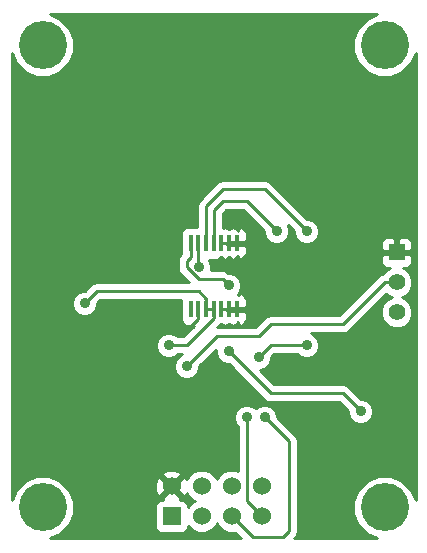
<source format=gbl>
G04 (created by PCBNEW (2013-may-18)-stable) date Wed 08 Oct 2014 11:37:39 BST*
%MOIN*%
G04 Gerber Fmt 3.4, Leading zero omitted, Abs format*
%FSLAX34Y34*%
G01*
G70*
G90*
G04 APERTURE LIST*
%ADD10C,0.00590551*%
%ADD11R,0.0165X0.0579*%
%ADD12R,0.055X0.055*%
%ADD13C,0.055*%
%ADD14R,0.06X0.06*%
%ADD15C,0.06*%
%ADD16C,0.16*%
%ADD17C,0.035*%
%ADD18C,0.01*%
G04 APERTURE END LIST*
G54D10*
G54D11*
X151500Y-95398D03*
X151756Y-95398D03*
X152012Y-95398D03*
X152268Y-95398D03*
X152268Y-97602D03*
X150732Y-95398D03*
X150988Y-95398D03*
X151244Y-95398D03*
X152012Y-97602D03*
X151756Y-97602D03*
X151500Y-97602D03*
X151244Y-97602D03*
X150988Y-97602D03*
X150732Y-97602D03*
G54D12*
X157600Y-95700D03*
G54D13*
X157600Y-96700D03*
X157600Y-97700D03*
G54D14*
X150100Y-104500D03*
G54D15*
X150100Y-103500D03*
X151100Y-104500D03*
X151100Y-103500D03*
X152100Y-104500D03*
X152100Y-103500D03*
X153100Y-104500D03*
X153100Y-103500D03*
G54D16*
X157200Y-104200D03*
X145800Y-104200D03*
X145800Y-88800D03*
X157200Y-88800D03*
G54D17*
X150000Y-98800D03*
X151000Y-96200D03*
X152000Y-96800D03*
X156400Y-101000D03*
X152000Y-99000D03*
X150600Y-99500D03*
X154600Y-98800D03*
X153000Y-99200D03*
X153200Y-101200D03*
X154600Y-95000D03*
X147200Y-97400D03*
X153600Y-95000D03*
X152600Y-101200D03*
G54D18*
X151500Y-97602D02*
X151500Y-97900D01*
X151500Y-97900D02*
X150600Y-98800D01*
X150600Y-98800D02*
X150000Y-98800D01*
X150988Y-96188D02*
X150988Y-95398D01*
X151000Y-96200D02*
X150988Y-96188D01*
X150732Y-95868D02*
X150732Y-95398D01*
X150600Y-96000D02*
X150732Y-95868D01*
X150600Y-96200D02*
X150600Y-96000D01*
X151000Y-96600D02*
X150600Y-96200D01*
X151800Y-96600D02*
X151000Y-96600D01*
X152000Y-96800D02*
X151800Y-96600D01*
X155800Y-100400D02*
X156400Y-101000D01*
X153400Y-100400D02*
X155800Y-100400D01*
X152000Y-99000D02*
X153400Y-100400D01*
X150988Y-97602D02*
X150988Y-97912D01*
X150700Y-98200D02*
X150200Y-98200D01*
X150988Y-97912D02*
X150700Y-98200D01*
X152012Y-97602D02*
X151756Y-97602D01*
X151756Y-95398D02*
X152012Y-95398D01*
X157200Y-96700D02*
X155800Y-98100D01*
X155800Y-98100D02*
X153400Y-98100D01*
X153400Y-98100D02*
X153000Y-98500D01*
X153000Y-98500D02*
X151600Y-98500D01*
X151600Y-98500D02*
X150600Y-99500D01*
X157600Y-96700D02*
X157200Y-96700D01*
X153400Y-98800D02*
X154600Y-98800D01*
X153000Y-99200D02*
X153400Y-98800D01*
X152100Y-104500D02*
X152800Y-105200D01*
X154000Y-102000D02*
X153200Y-101200D01*
X154000Y-105000D02*
X154000Y-102000D01*
X153800Y-105200D02*
X154000Y-105000D01*
X152800Y-105200D02*
X153800Y-105200D01*
X151244Y-94156D02*
X151244Y-95398D01*
X151800Y-93600D02*
X151244Y-94156D01*
X153200Y-93600D02*
X151800Y-93600D01*
X154600Y-95000D02*
X153200Y-93600D01*
X151244Y-97602D02*
X151244Y-97244D01*
X147600Y-97000D02*
X147200Y-97400D01*
X151000Y-97000D02*
X147600Y-97000D01*
X151244Y-97244D02*
X151000Y-97000D01*
X151244Y-97602D02*
X151500Y-97602D01*
X151500Y-94300D02*
X151500Y-95398D01*
X151800Y-94000D02*
X151500Y-94300D01*
X152600Y-94000D02*
X151800Y-94000D01*
X153600Y-95000D02*
X152600Y-94000D01*
X152600Y-104000D02*
X152600Y-101200D01*
X153100Y-104500D02*
X152600Y-104000D01*
G54D10*
G36*
X158230Y-103943D02*
X158125Y-103689D01*
X158125Y-97596D01*
X158045Y-97403D01*
X157897Y-97255D01*
X157764Y-97199D01*
X157897Y-97145D01*
X158044Y-96997D01*
X158124Y-96804D01*
X158125Y-96596D01*
X158045Y-96403D01*
X157897Y-96255D01*
X157825Y-96225D01*
X157825Y-96225D01*
X157924Y-96224D01*
X158016Y-96186D01*
X158087Y-96116D01*
X158125Y-96024D01*
X158125Y-95375D01*
X158087Y-95283D01*
X158016Y-95213D01*
X157924Y-95175D01*
X157825Y-95174D01*
X157712Y-95175D01*
X157650Y-95237D01*
X157650Y-95650D01*
X158062Y-95650D01*
X158125Y-95587D01*
X158125Y-95375D01*
X158125Y-96024D01*
X158125Y-95812D01*
X158062Y-95750D01*
X157650Y-95750D01*
X157650Y-95757D01*
X157550Y-95757D01*
X157550Y-95750D01*
X157550Y-95650D01*
X157550Y-95237D01*
X157487Y-95175D01*
X157374Y-95174D01*
X157275Y-95175D01*
X157183Y-95213D01*
X157112Y-95283D01*
X157074Y-95375D01*
X157075Y-95587D01*
X157137Y-95650D01*
X157550Y-95650D01*
X157550Y-95750D01*
X157137Y-95750D01*
X157075Y-95812D01*
X157074Y-96024D01*
X157112Y-96116D01*
X157183Y-96186D01*
X157275Y-96224D01*
X157374Y-96225D01*
X157374Y-96225D01*
X157303Y-96254D01*
X157155Y-96402D01*
X157152Y-96409D01*
X157085Y-96422D01*
X156987Y-96487D01*
X155675Y-97800D01*
X153400Y-97800D01*
X153285Y-97822D01*
X153187Y-97887D01*
X152875Y-98200D01*
X151624Y-98200D01*
X151712Y-98112D01*
X151712Y-98112D01*
X151715Y-98107D01*
X151715Y-98107D01*
X151723Y-98103D01*
X151756Y-98071D01*
X151788Y-98103D01*
X151845Y-98127D01*
X151859Y-98141D01*
X151879Y-98141D01*
X151879Y-98141D01*
X151884Y-98141D01*
X151888Y-98141D01*
X151888Y-98141D01*
X151908Y-98141D01*
X151922Y-98127D01*
X151979Y-98103D01*
X152012Y-98071D01*
X152044Y-98103D01*
X152101Y-98127D01*
X152115Y-98141D01*
X152135Y-98141D01*
X152135Y-98141D01*
X152140Y-98141D01*
X152144Y-98141D01*
X152144Y-98141D01*
X152164Y-98141D01*
X152178Y-98127D01*
X152235Y-98103D01*
X152306Y-98033D01*
X152309Y-98026D01*
X152309Y-98079D01*
X152371Y-98141D01*
X152400Y-98141D01*
X152491Y-98103D01*
X152562Y-98033D01*
X152600Y-97941D01*
X152600Y-97841D01*
X152600Y-97714D01*
X152538Y-97652D01*
X152309Y-97652D01*
X152309Y-97679D01*
X152282Y-97652D01*
X152226Y-97652D01*
X152053Y-97652D01*
X152026Y-97652D01*
X151998Y-97652D01*
X151970Y-97652D01*
X151954Y-97652D01*
X151954Y-97552D01*
X151970Y-97552D01*
X151998Y-97552D01*
X152026Y-97552D01*
X152053Y-97552D01*
X152226Y-97552D01*
X152282Y-97552D01*
X152289Y-97544D01*
X152309Y-97544D01*
X152309Y-97552D01*
X152538Y-97552D01*
X152600Y-97489D01*
X152600Y-97362D01*
X152600Y-97262D01*
X152562Y-97170D01*
X152491Y-97100D01*
X152400Y-97062D01*
X152371Y-97062D01*
X152318Y-97116D01*
X152318Y-97083D01*
X152360Y-97041D01*
X152424Y-96884D01*
X152425Y-96715D01*
X152360Y-96559D01*
X152241Y-96439D01*
X152084Y-96375D01*
X151992Y-96374D01*
X151914Y-96322D01*
X151800Y-96300D01*
X151418Y-96300D01*
X151424Y-96284D01*
X151425Y-96115D01*
X151360Y-95959D01*
X151338Y-95937D01*
X151376Y-95937D01*
X151376Y-95937D01*
X151467Y-95937D01*
X151623Y-95937D01*
X151632Y-95937D01*
X151632Y-95937D01*
X151652Y-95937D01*
X151666Y-95923D01*
X151723Y-95899D01*
X151756Y-95867D01*
X151788Y-95899D01*
X151845Y-95923D01*
X151859Y-95937D01*
X151879Y-95937D01*
X151879Y-95937D01*
X151884Y-95937D01*
X151888Y-95937D01*
X151888Y-95937D01*
X151908Y-95937D01*
X151922Y-95923D01*
X151979Y-95899D01*
X152012Y-95867D01*
X152044Y-95899D01*
X152101Y-95923D01*
X152115Y-95937D01*
X152135Y-95937D01*
X152135Y-95937D01*
X152140Y-95937D01*
X152144Y-95937D01*
X152144Y-95937D01*
X152164Y-95937D01*
X152178Y-95923D01*
X152235Y-95899D01*
X152306Y-95829D01*
X152309Y-95822D01*
X152309Y-95875D01*
X152371Y-95937D01*
X152400Y-95937D01*
X152491Y-95899D01*
X152562Y-95829D01*
X152600Y-95737D01*
X152600Y-95637D01*
X152600Y-95510D01*
X152538Y-95448D01*
X152309Y-95448D01*
X152309Y-95475D01*
X152282Y-95448D01*
X152226Y-95448D01*
X152053Y-95448D01*
X152026Y-95448D01*
X151998Y-95448D01*
X151970Y-95448D01*
X151954Y-95448D01*
X151954Y-95348D01*
X151970Y-95348D01*
X151998Y-95348D01*
X152026Y-95348D01*
X152053Y-95348D01*
X152226Y-95348D01*
X152282Y-95348D01*
X152309Y-95320D01*
X152309Y-95348D01*
X152538Y-95348D01*
X152600Y-95285D01*
X152600Y-95158D01*
X152600Y-95058D01*
X152562Y-94966D01*
X152491Y-94896D01*
X152400Y-94858D01*
X152371Y-94858D01*
X152309Y-94921D01*
X152309Y-94973D01*
X152306Y-94966D01*
X152235Y-94896D01*
X152178Y-94872D01*
X152164Y-94858D01*
X152144Y-94858D01*
X152144Y-94858D01*
X152140Y-94858D01*
X152135Y-94858D01*
X152135Y-94858D01*
X152115Y-94858D01*
X152101Y-94872D01*
X152044Y-94896D01*
X152012Y-94928D01*
X151979Y-94896D01*
X151922Y-94872D01*
X151908Y-94858D01*
X151888Y-94858D01*
X151888Y-94858D01*
X151884Y-94858D01*
X151879Y-94858D01*
X151879Y-94858D01*
X151859Y-94858D01*
X151845Y-94872D01*
X151806Y-94889D01*
X151806Y-94858D01*
X151800Y-94858D01*
X151800Y-94424D01*
X151924Y-94300D01*
X152475Y-94300D01*
X153175Y-94999D01*
X153174Y-95084D01*
X153239Y-95240D01*
X153358Y-95360D01*
X153515Y-95424D01*
X153684Y-95425D01*
X153840Y-95360D01*
X153960Y-95241D01*
X154024Y-95084D01*
X154025Y-94915D01*
X153978Y-94802D01*
X154175Y-94999D01*
X154174Y-95084D01*
X154239Y-95240D01*
X154358Y-95360D01*
X154515Y-95424D01*
X154684Y-95425D01*
X154840Y-95360D01*
X154960Y-95241D01*
X155024Y-95084D01*
X155025Y-94915D01*
X154960Y-94759D01*
X154841Y-94639D01*
X154684Y-94575D01*
X154599Y-94574D01*
X153412Y-93387D01*
X153314Y-93322D01*
X153200Y-93300D01*
X151800Y-93300D01*
X151685Y-93322D01*
X151587Y-93387D01*
X151031Y-93943D01*
X150966Y-94041D01*
X150944Y-94156D01*
X150944Y-94858D01*
X150855Y-94858D01*
X150855Y-94858D01*
X150764Y-94858D01*
X150599Y-94858D01*
X150508Y-94896D01*
X150437Y-94966D01*
X150399Y-95058D01*
X150399Y-95158D01*
X150399Y-95737D01*
X150410Y-95764D01*
X150387Y-95787D01*
X150322Y-95885D01*
X150300Y-96000D01*
X150300Y-96200D01*
X150322Y-96314D01*
X150387Y-96412D01*
X150675Y-96700D01*
X147600Y-96700D01*
X147485Y-96722D01*
X147387Y-96787D01*
X147200Y-96975D01*
X147115Y-96974D01*
X146959Y-97039D01*
X146839Y-97158D01*
X146775Y-97315D01*
X146774Y-97484D01*
X146839Y-97640D01*
X146958Y-97760D01*
X147115Y-97824D01*
X147284Y-97825D01*
X147440Y-97760D01*
X147560Y-97641D01*
X147624Y-97484D01*
X147625Y-97399D01*
X147724Y-97300D01*
X150399Y-97300D01*
X150399Y-97362D01*
X150399Y-97941D01*
X150437Y-98032D01*
X150507Y-98103D01*
X150599Y-98141D01*
X150699Y-98141D01*
X150834Y-98141D01*
X150475Y-98500D01*
X150301Y-98500D01*
X150241Y-98439D01*
X150084Y-98375D01*
X149915Y-98374D01*
X149759Y-98439D01*
X149639Y-98558D01*
X149575Y-98715D01*
X149574Y-98884D01*
X149639Y-99040D01*
X149758Y-99160D01*
X149915Y-99224D01*
X150084Y-99225D01*
X150240Y-99160D01*
X150301Y-99100D01*
X150455Y-99100D01*
X150359Y-99139D01*
X150239Y-99258D01*
X150175Y-99415D01*
X150174Y-99584D01*
X150239Y-99740D01*
X150358Y-99860D01*
X150515Y-99924D01*
X150684Y-99925D01*
X150840Y-99860D01*
X150960Y-99741D01*
X151024Y-99584D01*
X151025Y-99499D01*
X151575Y-98949D01*
X151574Y-99084D01*
X151639Y-99240D01*
X151758Y-99360D01*
X151915Y-99424D01*
X152000Y-99425D01*
X153187Y-100612D01*
X153187Y-100612D01*
X153285Y-100677D01*
X153400Y-100700D01*
X155675Y-100700D01*
X155975Y-100999D01*
X155974Y-101084D01*
X156039Y-101240D01*
X156158Y-101360D01*
X156315Y-101424D01*
X156484Y-101425D01*
X156640Y-101360D01*
X156760Y-101241D01*
X156824Y-101084D01*
X156825Y-100915D01*
X156760Y-100759D01*
X156641Y-100639D01*
X156484Y-100575D01*
X156399Y-100574D01*
X156012Y-100187D01*
X155914Y-100122D01*
X155800Y-100100D01*
X153524Y-100100D01*
X153049Y-99625D01*
X153084Y-99625D01*
X153240Y-99560D01*
X153360Y-99441D01*
X153424Y-99284D01*
X153425Y-99199D01*
X153524Y-99100D01*
X154298Y-99100D01*
X154358Y-99160D01*
X154515Y-99224D01*
X154684Y-99225D01*
X154840Y-99160D01*
X154960Y-99041D01*
X155024Y-98884D01*
X155025Y-98715D01*
X154960Y-98559D01*
X154841Y-98439D01*
X154744Y-98400D01*
X155800Y-98400D01*
X155800Y-98399D01*
X155914Y-98377D01*
X155914Y-98377D01*
X156012Y-98312D01*
X157240Y-97083D01*
X157302Y-97144D01*
X157435Y-97200D01*
X157303Y-97254D01*
X157155Y-97402D01*
X157075Y-97595D01*
X157074Y-97803D01*
X157154Y-97997D01*
X157302Y-98144D01*
X157495Y-98224D01*
X157703Y-98225D01*
X157897Y-98145D01*
X158044Y-97997D01*
X158124Y-97804D01*
X158125Y-97596D01*
X158125Y-103689D01*
X158090Y-103606D01*
X157795Y-103310D01*
X157409Y-103150D01*
X156992Y-103149D01*
X156606Y-103309D01*
X156310Y-103604D01*
X156150Y-103990D01*
X156149Y-104407D01*
X156309Y-104794D01*
X156604Y-105089D01*
X156943Y-105230D01*
X154193Y-105230D01*
X154212Y-105212D01*
X154212Y-105212D01*
X154277Y-105114D01*
X154299Y-105000D01*
X154300Y-105000D01*
X154300Y-102000D01*
X154299Y-101999D01*
X154277Y-101885D01*
X154212Y-101787D01*
X154212Y-101787D01*
X153624Y-101200D01*
X153625Y-101115D01*
X153560Y-100959D01*
X153441Y-100839D01*
X153284Y-100775D01*
X153115Y-100774D01*
X152959Y-100839D01*
X152900Y-100898D01*
X152841Y-100839D01*
X152684Y-100775D01*
X152515Y-100774D01*
X152359Y-100839D01*
X152239Y-100958D01*
X152175Y-101115D01*
X152174Y-101284D01*
X152239Y-101440D01*
X152300Y-101501D01*
X152300Y-102987D01*
X152209Y-102950D01*
X151991Y-102949D01*
X151788Y-103033D01*
X151634Y-103188D01*
X151600Y-103269D01*
X151566Y-103188D01*
X151411Y-103034D01*
X151209Y-102950D01*
X150991Y-102949D01*
X150788Y-103033D01*
X150634Y-103188D01*
X150602Y-103263D01*
X150581Y-103212D01*
X150485Y-103184D01*
X150415Y-103255D01*
X150415Y-103114D01*
X150387Y-103018D01*
X150181Y-102945D01*
X149963Y-102956D01*
X149812Y-103018D01*
X149784Y-103114D01*
X150100Y-103429D01*
X150415Y-103114D01*
X150415Y-103255D01*
X150170Y-103500D01*
X150485Y-103815D01*
X150581Y-103787D01*
X150600Y-103732D01*
X150633Y-103811D01*
X150788Y-103965D01*
X150869Y-103999D01*
X150788Y-104033D01*
X150650Y-104172D01*
X150650Y-104150D01*
X150612Y-104058D01*
X150541Y-103988D01*
X150449Y-103950D01*
X150396Y-103949D01*
X150415Y-103885D01*
X150100Y-103570D01*
X150029Y-103641D01*
X150029Y-103500D01*
X149714Y-103184D01*
X149618Y-103212D01*
X149545Y-103418D01*
X149556Y-103636D01*
X149618Y-103787D01*
X149714Y-103815D01*
X150029Y-103500D01*
X150029Y-103641D01*
X149784Y-103885D01*
X149803Y-103949D01*
X149750Y-103949D01*
X149658Y-103987D01*
X149588Y-104058D01*
X149550Y-104150D01*
X149549Y-104249D01*
X149549Y-104849D01*
X149587Y-104941D01*
X149658Y-105011D01*
X149750Y-105049D01*
X149849Y-105050D01*
X150449Y-105050D01*
X150541Y-105012D01*
X150611Y-104941D01*
X150649Y-104849D01*
X150649Y-104827D01*
X150788Y-104965D01*
X150990Y-105049D01*
X151208Y-105050D01*
X151411Y-104966D01*
X151565Y-104811D01*
X151599Y-104730D01*
X151633Y-104811D01*
X151788Y-104965D01*
X151990Y-105049D01*
X152208Y-105050D01*
X152220Y-105045D01*
X152406Y-105230D01*
X146056Y-105230D01*
X146394Y-105090D01*
X146689Y-104795D01*
X146849Y-104409D01*
X146850Y-103992D01*
X146690Y-103606D01*
X146395Y-103310D01*
X146009Y-103150D01*
X145592Y-103149D01*
X145206Y-103309D01*
X144910Y-103604D01*
X144769Y-103943D01*
X144769Y-89056D01*
X144909Y-89394D01*
X145204Y-89689D01*
X145590Y-89849D01*
X146007Y-89850D01*
X146394Y-89690D01*
X146689Y-89395D01*
X146849Y-89009D01*
X146850Y-88592D01*
X146690Y-88206D01*
X146395Y-87910D01*
X146056Y-87769D01*
X156943Y-87769D01*
X156606Y-87909D01*
X156310Y-88204D01*
X156150Y-88590D01*
X156149Y-89007D01*
X156309Y-89394D01*
X156604Y-89689D01*
X156990Y-89849D01*
X157407Y-89850D01*
X157794Y-89690D01*
X158089Y-89395D01*
X158230Y-89056D01*
X158230Y-103943D01*
X158230Y-103943D01*
G37*
G54D18*
X158230Y-103943D02*
X158125Y-103689D01*
X158125Y-97596D01*
X158045Y-97403D01*
X157897Y-97255D01*
X157764Y-97199D01*
X157897Y-97145D01*
X158044Y-96997D01*
X158124Y-96804D01*
X158125Y-96596D01*
X158045Y-96403D01*
X157897Y-96255D01*
X157825Y-96225D01*
X157825Y-96225D01*
X157924Y-96224D01*
X158016Y-96186D01*
X158087Y-96116D01*
X158125Y-96024D01*
X158125Y-95375D01*
X158087Y-95283D01*
X158016Y-95213D01*
X157924Y-95175D01*
X157825Y-95174D01*
X157712Y-95175D01*
X157650Y-95237D01*
X157650Y-95650D01*
X158062Y-95650D01*
X158125Y-95587D01*
X158125Y-95375D01*
X158125Y-96024D01*
X158125Y-95812D01*
X158062Y-95750D01*
X157650Y-95750D01*
X157650Y-95757D01*
X157550Y-95757D01*
X157550Y-95750D01*
X157550Y-95650D01*
X157550Y-95237D01*
X157487Y-95175D01*
X157374Y-95174D01*
X157275Y-95175D01*
X157183Y-95213D01*
X157112Y-95283D01*
X157074Y-95375D01*
X157075Y-95587D01*
X157137Y-95650D01*
X157550Y-95650D01*
X157550Y-95750D01*
X157137Y-95750D01*
X157075Y-95812D01*
X157074Y-96024D01*
X157112Y-96116D01*
X157183Y-96186D01*
X157275Y-96224D01*
X157374Y-96225D01*
X157374Y-96225D01*
X157303Y-96254D01*
X157155Y-96402D01*
X157152Y-96409D01*
X157085Y-96422D01*
X156987Y-96487D01*
X155675Y-97800D01*
X153400Y-97800D01*
X153285Y-97822D01*
X153187Y-97887D01*
X152875Y-98200D01*
X151624Y-98200D01*
X151712Y-98112D01*
X151712Y-98112D01*
X151715Y-98107D01*
X151715Y-98107D01*
X151723Y-98103D01*
X151756Y-98071D01*
X151788Y-98103D01*
X151845Y-98127D01*
X151859Y-98141D01*
X151879Y-98141D01*
X151879Y-98141D01*
X151884Y-98141D01*
X151888Y-98141D01*
X151888Y-98141D01*
X151908Y-98141D01*
X151922Y-98127D01*
X151979Y-98103D01*
X152012Y-98071D01*
X152044Y-98103D01*
X152101Y-98127D01*
X152115Y-98141D01*
X152135Y-98141D01*
X152135Y-98141D01*
X152140Y-98141D01*
X152144Y-98141D01*
X152144Y-98141D01*
X152164Y-98141D01*
X152178Y-98127D01*
X152235Y-98103D01*
X152306Y-98033D01*
X152309Y-98026D01*
X152309Y-98079D01*
X152371Y-98141D01*
X152400Y-98141D01*
X152491Y-98103D01*
X152562Y-98033D01*
X152600Y-97941D01*
X152600Y-97841D01*
X152600Y-97714D01*
X152538Y-97652D01*
X152309Y-97652D01*
X152309Y-97679D01*
X152282Y-97652D01*
X152226Y-97652D01*
X152053Y-97652D01*
X152026Y-97652D01*
X151998Y-97652D01*
X151970Y-97652D01*
X151954Y-97652D01*
X151954Y-97552D01*
X151970Y-97552D01*
X151998Y-97552D01*
X152026Y-97552D01*
X152053Y-97552D01*
X152226Y-97552D01*
X152282Y-97552D01*
X152289Y-97544D01*
X152309Y-97544D01*
X152309Y-97552D01*
X152538Y-97552D01*
X152600Y-97489D01*
X152600Y-97362D01*
X152600Y-97262D01*
X152562Y-97170D01*
X152491Y-97100D01*
X152400Y-97062D01*
X152371Y-97062D01*
X152318Y-97116D01*
X152318Y-97083D01*
X152360Y-97041D01*
X152424Y-96884D01*
X152425Y-96715D01*
X152360Y-96559D01*
X152241Y-96439D01*
X152084Y-96375D01*
X151992Y-96374D01*
X151914Y-96322D01*
X151800Y-96300D01*
X151418Y-96300D01*
X151424Y-96284D01*
X151425Y-96115D01*
X151360Y-95959D01*
X151338Y-95937D01*
X151376Y-95937D01*
X151376Y-95937D01*
X151467Y-95937D01*
X151623Y-95937D01*
X151632Y-95937D01*
X151632Y-95937D01*
X151652Y-95937D01*
X151666Y-95923D01*
X151723Y-95899D01*
X151756Y-95867D01*
X151788Y-95899D01*
X151845Y-95923D01*
X151859Y-95937D01*
X151879Y-95937D01*
X151879Y-95937D01*
X151884Y-95937D01*
X151888Y-95937D01*
X151888Y-95937D01*
X151908Y-95937D01*
X151922Y-95923D01*
X151979Y-95899D01*
X152012Y-95867D01*
X152044Y-95899D01*
X152101Y-95923D01*
X152115Y-95937D01*
X152135Y-95937D01*
X152135Y-95937D01*
X152140Y-95937D01*
X152144Y-95937D01*
X152144Y-95937D01*
X152164Y-95937D01*
X152178Y-95923D01*
X152235Y-95899D01*
X152306Y-95829D01*
X152309Y-95822D01*
X152309Y-95875D01*
X152371Y-95937D01*
X152400Y-95937D01*
X152491Y-95899D01*
X152562Y-95829D01*
X152600Y-95737D01*
X152600Y-95637D01*
X152600Y-95510D01*
X152538Y-95448D01*
X152309Y-95448D01*
X152309Y-95475D01*
X152282Y-95448D01*
X152226Y-95448D01*
X152053Y-95448D01*
X152026Y-95448D01*
X151998Y-95448D01*
X151970Y-95448D01*
X151954Y-95448D01*
X151954Y-95348D01*
X151970Y-95348D01*
X151998Y-95348D01*
X152026Y-95348D01*
X152053Y-95348D01*
X152226Y-95348D01*
X152282Y-95348D01*
X152309Y-95320D01*
X152309Y-95348D01*
X152538Y-95348D01*
X152600Y-95285D01*
X152600Y-95158D01*
X152600Y-95058D01*
X152562Y-94966D01*
X152491Y-94896D01*
X152400Y-94858D01*
X152371Y-94858D01*
X152309Y-94921D01*
X152309Y-94973D01*
X152306Y-94966D01*
X152235Y-94896D01*
X152178Y-94872D01*
X152164Y-94858D01*
X152144Y-94858D01*
X152144Y-94858D01*
X152140Y-94858D01*
X152135Y-94858D01*
X152135Y-94858D01*
X152115Y-94858D01*
X152101Y-94872D01*
X152044Y-94896D01*
X152012Y-94928D01*
X151979Y-94896D01*
X151922Y-94872D01*
X151908Y-94858D01*
X151888Y-94858D01*
X151888Y-94858D01*
X151884Y-94858D01*
X151879Y-94858D01*
X151879Y-94858D01*
X151859Y-94858D01*
X151845Y-94872D01*
X151806Y-94889D01*
X151806Y-94858D01*
X151800Y-94858D01*
X151800Y-94424D01*
X151924Y-94300D01*
X152475Y-94300D01*
X153175Y-94999D01*
X153174Y-95084D01*
X153239Y-95240D01*
X153358Y-95360D01*
X153515Y-95424D01*
X153684Y-95425D01*
X153840Y-95360D01*
X153960Y-95241D01*
X154024Y-95084D01*
X154025Y-94915D01*
X153978Y-94802D01*
X154175Y-94999D01*
X154174Y-95084D01*
X154239Y-95240D01*
X154358Y-95360D01*
X154515Y-95424D01*
X154684Y-95425D01*
X154840Y-95360D01*
X154960Y-95241D01*
X155024Y-95084D01*
X155025Y-94915D01*
X154960Y-94759D01*
X154841Y-94639D01*
X154684Y-94575D01*
X154599Y-94574D01*
X153412Y-93387D01*
X153314Y-93322D01*
X153200Y-93300D01*
X151800Y-93300D01*
X151685Y-93322D01*
X151587Y-93387D01*
X151031Y-93943D01*
X150966Y-94041D01*
X150944Y-94156D01*
X150944Y-94858D01*
X150855Y-94858D01*
X150855Y-94858D01*
X150764Y-94858D01*
X150599Y-94858D01*
X150508Y-94896D01*
X150437Y-94966D01*
X150399Y-95058D01*
X150399Y-95158D01*
X150399Y-95737D01*
X150410Y-95764D01*
X150387Y-95787D01*
X150322Y-95885D01*
X150300Y-96000D01*
X150300Y-96200D01*
X150322Y-96314D01*
X150387Y-96412D01*
X150675Y-96700D01*
X147600Y-96700D01*
X147485Y-96722D01*
X147387Y-96787D01*
X147200Y-96975D01*
X147115Y-96974D01*
X146959Y-97039D01*
X146839Y-97158D01*
X146775Y-97315D01*
X146774Y-97484D01*
X146839Y-97640D01*
X146958Y-97760D01*
X147115Y-97824D01*
X147284Y-97825D01*
X147440Y-97760D01*
X147560Y-97641D01*
X147624Y-97484D01*
X147625Y-97399D01*
X147724Y-97300D01*
X150399Y-97300D01*
X150399Y-97362D01*
X150399Y-97941D01*
X150437Y-98032D01*
X150507Y-98103D01*
X150599Y-98141D01*
X150699Y-98141D01*
X150834Y-98141D01*
X150475Y-98500D01*
X150301Y-98500D01*
X150241Y-98439D01*
X150084Y-98375D01*
X149915Y-98374D01*
X149759Y-98439D01*
X149639Y-98558D01*
X149575Y-98715D01*
X149574Y-98884D01*
X149639Y-99040D01*
X149758Y-99160D01*
X149915Y-99224D01*
X150084Y-99225D01*
X150240Y-99160D01*
X150301Y-99100D01*
X150455Y-99100D01*
X150359Y-99139D01*
X150239Y-99258D01*
X150175Y-99415D01*
X150174Y-99584D01*
X150239Y-99740D01*
X150358Y-99860D01*
X150515Y-99924D01*
X150684Y-99925D01*
X150840Y-99860D01*
X150960Y-99741D01*
X151024Y-99584D01*
X151025Y-99499D01*
X151575Y-98949D01*
X151574Y-99084D01*
X151639Y-99240D01*
X151758Y-99360D01*
X151915Y-99424D01*
X152000Y-99425D01*
X153187Y-100612D01*
X153187Y-100612D01*
X153285Y-100677D01*
X153400Y-100700D01*
X155675Y-100700D01*
X155975Y-100999D01*
X155974Y-101084D01*
X156039Y-101240D01*
X156158Y-101360D01*
X156315Y-101424D01*
X156484Y-101425D01*
X156640Y-101360D01*
X156760Y-101241D01*
X156824Y-101084D01*
X156825Y-100915D01*
X156760Y-100759D01*
X156641Y-100639D01*
X156484Y-100575D01*
X156399Y-100574D01*
X156012Y-100187D01*
X155914Y-100122D01*
X155800Y-100100D01*
X153524Y-100100D01*
X153049Y-99625D01*
X153084Y-99625D01*
X153240Y-99560D01*
X153360Y-99441D01*
X153424Y-99284D01*
X153425Y-99199D01*
X153524Y-99100D01*
X154298Y-99100D01*
X154358Y-99160D01*
X154515Y-99224D01*
X154684Y-99225D01*
X154840Y-99160D01*
X154960Y-99041D01*
X155024Y-98884D01*
X155025Y-98715D01*
X154960Y-98559D01*
X154841Y-98439D01*
X154744Y-98400D01*
X155800Y-98400D01*
X155800Y-98399D01*
X155914Y-98377D01*
X155914Y-98377D01*
X156012Y-98312D01*
X157240Y-97083D01*
X157302Y-97144D01*
X157435Y-97200D01*
X157303Y-97254D01*
X157155Y-97402D01*
X157075Y-97595D01*
X157074Y-97803D01*
X157154Y-97997D01*
X157302Y-98144D01*
X157495Y-98224D01*
X157703Y-98225D01*
X157897Y-98145D01*
X158044Y-97997D01*
X158124Y-97804D01*
X158125Y-97596D01*
X158125Y-103689D01*
X158090Y-103606D01*
X157795Y-103310D01*
X157409Y-103150D01*
X156992Y-103149D01*
X156606Y-103309D01*
X156310Y-103604D01*
X156150Y-103990D01*
X156149Y-104407D01*
X156309Y-104794D01*
X156604Y-105089D01*
X156943Y-105230D01*
X154193Y-105230D01*
X154212Y-105212D01*
X154212Y-105212D01*
X154277Y-105114D01*
X154299Y-105000D01*
X154300Y-105000D01*
X154300Y-102000D01*
X154299Y-101999D01*
X154277Y-101885D01*
X154212Y-101787D01*
X154212Y-101787D01*
X153624Y-101200D01*
X153625Y-101115D01*
X153560Y-100959D01*
X153441Y-100839D01*
X153284Y-100775D01*
X153115Y-100774D01*
X152959Y-100839D01*
X152900Y-100898D01*
X152841Y-100839D01*
X152684Y-100775D01*
X152515Y-100774D01*
X152359Y-100839D01*
X152239Y-100958D01*
X152175Y-101115D01*
X152174Y-101284D01*
X152239Y-101440D01*
X152300Y-101501D01*
X152300Y-102987D01*
X152209Y-102950D01*
X151991Y-102949D01*
X151788Y-103033D01*
X151634Y-103188D01*
X151600Y-103269D01*
X151566Y-103188D01*
X151411Y-103034D01*
X151209Y-102950D01*
X150991Y-102949D01*
X150788Y-103033D01*
X150634Y-103188D01*
X150602Y-103263D01*
X150581Y-103212D01*
X150485Y-103184D01*
X150415Y-103255D01*
X150415Y-103114D01*
X150387Y-103018D01*
X150181Y-102945D01*
X149963Y-102956D01*
X149812Y-103018D01*
X149784Y-103114D01*
X150100Y-103429D01*
X150415Y-103114D01*
X150415Y-103255D01*
X150170Y-103500D01*
X150485Y-103815D01*
X150581Y-103787D01*
X150600Y-103732D01*
X150633Y-103811D01*
X150788Y-103965D01*
X150869Y-103999D01*
X150788Y-104033D01*
X150650Y-104172D01*
X150650Y-104150D01*
X150612Y-104058D01*
X150541Y-103988D01*
X150449Y-103950D01*
X150396Y-103949D01*
X150415Y-103885D01*
X150100Y-103570D01*
X150029Y-103641D01*
X150029Y-103500D01*
X149714Y-103184D01*
X149618Y-103212D01*
X149545Y-103418D01*
X149556Y-103636D01*
X149618Y-103787D01*
X149714Y-103815D01*
X150029Y-103500D01*
X150029Y-103641D01*
X149784Y-103885D01*
X149803Y-103949D01*
X149750Y-103949D01*
X149658Y-103987D01*
X149588Y-104058D01*
X149550Y-104150D01*
X149549Y-104249D01*
X149549Y-104849D01*
X149587Y-104941D01*
X149658Y-105011D01*
X149750Y-105049D01*
X149849Y-105050D01*
X150449Y-105050D01*
X150541Y-105012D01*
X150611Y-104941D01*
X150649Y-104849D01*
X150649Y-104827D01*
X150788Y-104965D01*
X150990Y-105049D01*
X151208Y-105050D01*
X151411Y-104966D01*
X151565Y-104811D01*
X151599Y-104730D01*
X151633Y-104811D01*
X151788Y-104965D01*
X151990Y-105049D01*
X152208Y-105050D01*
X152220Y-105045D01*
X152406Y-105230D01*
X146056Y-105230D01*
X146394Y-105090D01*
X146689Y-104795D01*
X146849Y-104409D01*
X146850Y-103992D01*
X146690Y-103606D01*
X146395Y-103310D01*
X146009Y-103150D01*
X145592Y-103149D01*
X145206Y-103309D01*
X144910Y-103604D01*
X144769Y-103943D01*
X144769Y-89056D01*
X144909Y-89394D01*
X145204Y-89689D01*
X145590Y-89849D01*
X146007Y-89850D01*
X146394Y-89690D01*
X146689Y-89395D01*
X146849Y-89009D01*
X146850Y-88592D01*
X146690Y-88206D01*
X146395Y-87910D01*
X146056Y-87769D01*
X156943Y-87769D01*
X156606Y-87909D01*
X156310Y-88204D01*
X156150Y-88590D01*
X156149Y-89007D01*
X156309Y-89394D01*
X156604Y-89689D01*
X156990Y-89849D01*
X157407Y-89850D01*
X157794Y-89690D01*
X158089Y-89395D01*
X158230Y-89056D01*
X158230Y-103943D01*
M02*

</source>
